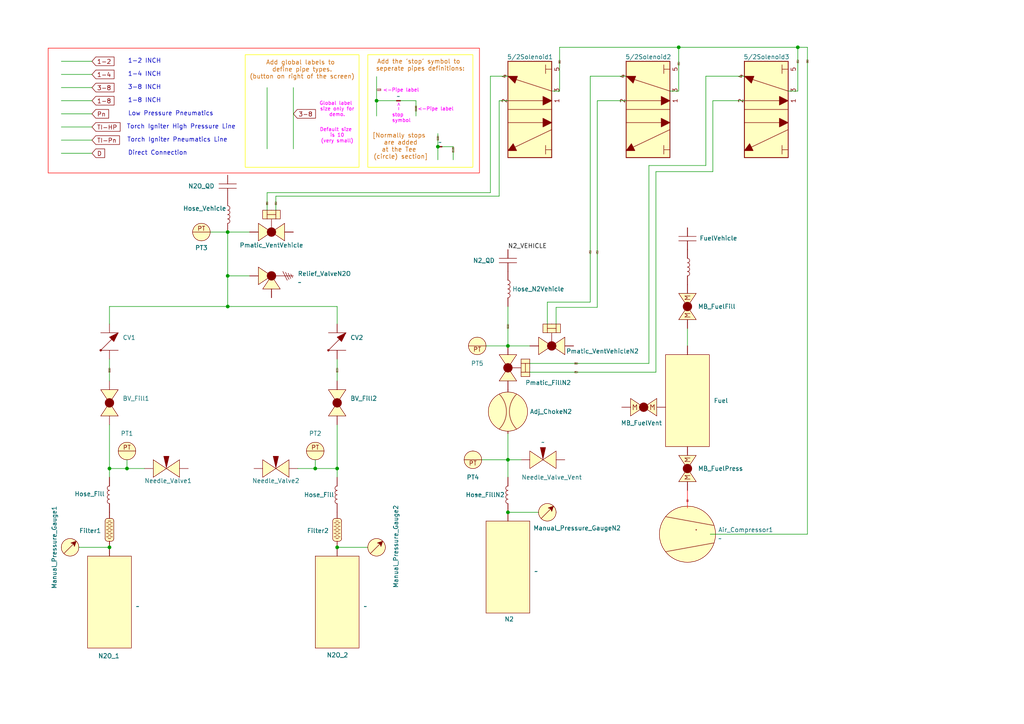
<source format=kicad_sch>
(kicad_sch (version 20250114) (generator "eeschema") (generator_version "9.0")
  (paper "A4")
  (lib_symbols
    (symbol "Ball_Valve_1"
      (property "Reference" "BV" (at 3.81 -4.318 0))
      (symbol "Ball_Valve_1_1_1"
        (polyline (pts (xy 3.81 0) (xy 0 -2.54) (xy 0 2.54) (xy 3.81 0)) (fill (type background)))
        (polyline (pts (xy 3.81 0) (xy 7.62 2.54) (xy 7.62 -2.54) (xy 3.81 0)) (fill (type background)))
        (circle (center 3.81 0) (radius 1.27) (fill (type outline)))
        (pin passive line (at -2.54 0 0) (length 2.54) (name "") (number ""))
        (pin passive line (at 10.16 0 180) (length 2.54) (name "") (number ""))
      )
    )
    (symbol "Check_Valve_1"
      (property "Reference" "CV" (at 2.54 -4.064 0))
      (symbol "Check_Valve_1_0_1"
        (polyline (pts (xy 0 2.54) (xy 5.08 -2.54)))
        (polyline (pts (xy 0 0) (xy 0 2.54)))
        (polyline (pts (xy 0 0) (xy 0 -2.54)))
        (polyline (pts (xy 5.08 -2.54) (xy 5.08 2.54)))
      )
      (symbol "Check_Valve_1_1_1"
        (circle (center 0 2.54) (radius 0.254) (fill (type outline)))
        (polyline (pts (xy 5.08 -2.54) (xy 2.54 -1.27) (xy 3.81 0) (xy 5.08 -2.54)) (fill (type outline)))
        (pin bidirectional line (at -2.54 0 0) (length 2.54) (name "") (number ""))
        (pin bidirectional line (at 7.62 0 180) (length 2.54) (name "") (number ""))
      )
    )
    (symbol "Filter_1"
      (symbol "Filter_1_1_1"
        (polyline (pts (xy -3.302 -0.508) (xy -3.302 0.508)))
        (polyline (pts (xy -3.277 0.65) (xy -3.177 0.95) (xy -2.877 1.2) (xy -2.427 1.25) (xy 2.423 1.25) (xy 2.7256 1.2567) (xy 2.8585 1.166) (xy 3.2375 0.866) (xy 3.3285 -0.6524) (xy 3.1777 -0.9413) (xy 2.7884 -1.2176) (xy 2.4806 -1.2804) (xy 2.25 -1.27) (xy -2.25 -1.27) (xy -2.6911 -1.2756) (xy -2.952 -1.2) (xy -3.1908 -0.9926) (xy -3.302 -0.562) (xy -3.277 -0.3) (xy -3.277 0.6)) (stroke (width -0.0001)) (fill (type background)))
        (polyline (pts (xy -2.54 1.27) (xy 2.54 1.27)))
        (polyline (pts (xy -2.54 0.381) (xy -2.54 -0.381)))
        (arc (start -3.302 0.508) (mid -3.0788 1.0468) (end -2.54 1.27))
        (arc (start -2.54 -1.27) (mid -3.0788 -1.0468) (end -3.302 -0.508))
        (polyline (pts (xy -2.032 0.889) (xy -2.032 0.254)))
        (polyline (pts (xy -2.032 -0.254) (xy -2.032 -0.889)))
        (polyline (pts (xy -1.524 0.381) (xy -1.524 -0.381)))
        (polyline (pts (xy -1.016 0.889) (xy -1.016 0.254)))
        (polyline (pts (xy -1.016 -0.254) (xy -1.016 -0.889)))
        (polyline (pts (xy -0.508 0.381) (xy -0.508 -0.381)))
        (polyline (pts (xy 0 0.889) (xy 0 0.254)))
        (polyline (pts (xy 0 -0.254) (xy 0 -0.889)))
        (polyline (pts (xy 0.508 0.381) (xy 0.508 -0.381)))
        (polyline (pts (xy 1.016 0.889) (xy 1.016 0.254)))
        (polyline (pts (xy 1.016 -0.254) (xy 1.016 -0.889)))
        (polyline (pts (xy 1.524 0.381) (xy 1.524 -0.381)))
        (polyline (pts (xy 2.032 0.889) (xy 2.032 0.254)))
        (polyline (pts (xy 2.032 -0.254) (xy 2.032 -0.889)))
        (arc (start 2.54 1.27) (mid 3.0788 1.0468) (end 3.302 0.508))
        (polyline (pts (xy 2.54 0.381) (xy 2.54 -0.381)))
        (arc (start 3.302 -0.508) (mid 3.0788 -1.0468) (end 2.54 -1.27))
        (polyline (pts (xy 2.54 -1.27) (xy -2.54 -1.27)))
        (polyline (pts (xy 3.302 0.508) (xy 3.302 -0.508)))
        (pin passive line (at -5.08 0 0) (length 1.778) (name "") (number ""))
        (pin passive line (at 5.08 0 180) (length 1.778) (name "") (number ""))
      )
    )
    (symbol "Hose_1"
      (symbol "Hose_1_0_1"
        (arc (start 0 6.35) (mid 0.6323 5.715) (end 0 5.08))
        (arc (start 0 5.08) (mid 0.6323 4.445) (end 0 3.81))
        (arc (start 0 3.81) (mid 0.6323 3.175) (end 0 2.54))
        (arc (start 0 2.54) (mid 0.6323 1.905) (end 0 1.27))
      )
      (symbol "Hose_1_1_1"
        (pin input line (at 0 8.89 270) (length 2.54) (name "") (number ""))
        (pin input line (at 0 -1.27 90) (length 2.54) (name "") (number ""))
      )
    )
    (symbol "Hose_2"
      (symbol "Hose_2_0_1"
        (arc (start 0 6.35) (mid 0.6323 5.715) (end 0 5.08))
        (arc (start 0 5.08) (mid 0.6323 4.445) (end 0 3.81))
        (arc (start 0 3.81) (mid 0.6323 3.175) (end 0 2.54))
        (arc (start 0 2.54) (mid 0.6323 1.905) (end 0 1.27))
      )
      (symbol "Hose_2_1_1"
        (pin input line (at 0 8.89 270) (length 2.54) (name "") (number ""))
        (pin input line (at 0 -1.27 90) (length 2.54) (name "") (number ""))
      )
    )
    (symbol "Hose_3"
      (symbol "Hose_3_0_1"
        (arc (start 0 6.35) (mid 0.6323 5.715) (end 0 5.08))
        (arc (start 0 5.08) (mid 0.6323 4.445) (end 0 3.81))
        (arc (start 0 3.81) (mid 0.6323 3.175) (end 0 2.54))
        (arc (start 0 2.54) (mid 0.6323 1.905) (end 0 1.27))
      )
      (symbol "Hose_3_1_1"
        (pin input line (at 0 8.89 270) (length 2.54) (name "") (number ""))
        (pin input line (at 0 -1.27 90) (length 2.54) (name "") (number ""))
      )
    )
    (symbol "Hose_4"
      (symbol "Hose_4_0_1"
        (arc (start 0 6.35) (mid 0.6323 5.715) (end 0 5.08))
        (arc (start 0 5.08) (mid 0.6323 4.445) (end 0 3.81))
        (arc (start 0 3.81) (mid 0.6323 3.175) (end 0 2.54))
        (arc (start 0 2.54) (mid 0.6323 1.905) (end 0 1.27))
      )
      (symbol "Hose_4_1_1"
        (pin input line (at 0 8.89 270) (length 2.54) (name "") (number ""))
        (pin input line (at 0 -1.27 90) (length 2.54) (name "") (number ""))
      )
    )
    (symbol "Hose_5"
      (symbol "Hose_5_0_1"
        (arc (start 0 6.35) (mid 0.6323 5.715) (end 0 5.08))
        (arc (start 0 5.08) (mid 0.6323 4.445) (end 0 3.81))
        (arc (start 0 3.81) (mid 0.6323 3.175) (end 0 2.54))
        (arc (start 0 2.54) (mid 0.6323 1.905) (end 0 1.27))
      )
      (symbol "Hose_5_1_1"
        (pin input line (at 0 8.89 270) (length 2.54) (name "") (number ""))
        (pin input line (at 0 -1.27 90) (length 2.54) (name "") (number ""))
      )
    )
    (symbol "MBallValve_1"
      (property "Reference" "MB_V" (at 0 -3.81 0))
      (symbol "MBallValve_1_0_1"
        (polyline (pts (xy -3.048 -0.762) (xy -3.048 0.762) (xy -2.54 0) (xy -2.032 0.762) (xy -2.032 -0.762)))
        (polyline (pts (xy 2.032 -0.762) (xy 2.032 0.762) (xy 2.54 0) (xy 3.048 0.762) (xy 3.048 -0.762)))
      )
      (symbol "MBallValve_1_1_1"
        (polyline (pts (xy 0 0) (xy -3.81 -2.54) (xy -3.81 2.54) (xy 0 0)) (fill (type background)))
        (polyline (pts (xy 0 0) (xy 3.81 2.54) (xy 3.81 -2.54) (xy 0 0)) (fill (type background)))
        (circle (center 0 0) (radius 1.27) (fill (type outline)))
        (pin passive line (at -6.35 0 0) (length 2.54) (name "") (number ""))
        (pin passive line (at 6.35 0 180) (length 2.54) (name "") (number ""))
      )
    )
    (symbol "MBallValve_2"
      (property "Reference" "MB_V" (at 0 -3.81 0))
      (symbol "MBallValve_2_0_1"
        (polyline (pts (xy -3.048 -0.762) (xy -3.048 0.762) (xy -2.54 0) (xy -2.032 0.762) (xy -2.032 -0.762)))
        (polyline (pts (xy 2.032 -0.762) (xy 2.032 0.762) (xy 2.54 0) (xy 3.048 0.762) (xy 3.048 -0.762)))
      )
      (symbol "MBallValve_2_1_1"
        (polyline (pts (xy 0 0) (xy -3.81 -2.54) (xy -3.81 2.54) (xy 0 0)) (fill (type background)))
        (polyline (pts (xy 0 0) (xy 3.81 2.54) (xy 3.81 -2.54) (xy 0 0)) (fill (type background)))
        (circle (center 0 0) (radius 1.27) (fill (type outline)))
        (pin passive line (at -6.35 0 0) (length 2.54) (name "") (number ""))
        (pin passive line (at 6.35 0 180) (length 2.54) (name "") (number ""))
      )
    )
    (symbol "Manual_Pressure_Gauge_1"
      (property "Reference" "Manual_Pressure_Gauge" (at 0 -3.81 0))
      (symbol "Manual_Pressure_Gauge_1_1_1"
        (polyline (pts (xy -1.778 -1.778) (xy 1.778 1.778) (xy 0.254 1.27) (xy 1.016 1.016) (xy 1.27 0.254) (xy 1.778 1.778)) (fill (type outline)))
        (circle (center 0 0) (radius 2.54) (fill (type background)))
        (pin passive line (at -2.54 0 0) (length 0) (name "") (number ""))
        (pin passive line (at 2.54 0 180) (length 0) (name "") (number ""))
      )
    )
    (symbol "Manual_Pressure_Gauge_2"
      (property "Reference" "Manual_Pressure_Gauge" (at 0 -3.81 0))
      (symbol "Manual_Pressure_Gauge_2_1_1"
        (polyline (pts (xy -1.778 -1.778) (xy 1.778 1.778) (xy 0.254 1.27) (xy 1.016 1.016) (xy 1.27 0.254) (xy 1.778 1.778)) (fill (type outline)))
        (circle (center 0 0) (radius 2.54) (fill (type background)))
        (pin passive line (at -2.54 0 0) (length 0) (name "") (number ""))
        (pin passive line (at 2.54 0 180) (length 0) (name "") (number ""))
      )
    )
    (symbol "Needle_Valve_1"
      (property "Reference" "Needle_Valve" (at 3.556 -3.81 0))
      (symbol "Needle_Valve_1_1_1"
        (polyline (pts (xy 0 0) (xy 0 2.54) (xy 3.81 0) (xy 0 -2.54) (xy 0 0)) (fill (type background)))
        (polyline (pts (xy 3.048 3.556) (xy 3.81 0.254) (xy 4.572 3.556) (xy 3.048 3.556)) (fill (type outline)))
        (polyline (pts (xy 7.62 0) (xy 7.62 2.54) (xy 3.81 0) (xy 7.62 -2.54) (xy 7.62 0)) (fill (type background)))
        (pin passive line (at -2.54 0 0) (length 2.54) (name "") (number ""))
        (pin passive line (at 10.16 0 180) (length 2.54) (name "") (number ""))
      )
    )
    (symbol "Needle_Valve_5"
      (property "Reference" "Needle_Valve" (at 3.556 -3.81 0))
      (symbol "Needle_Valve_5_1_1"
        (polyline (pts (xy 0 0) (xy 0 2.54) (xy 3.81 0) (xy 0 -2.54) (xy 0 0)) (fill (type background)))
        (polyline (pts (xy 3.048 3.556) (xy 3.81 0.254) (xy 4.572 3.556) (xy 3.048 3.556)) (fill (type outline)))
        (polyline (pts (xy 7.62 0) (xy 7.62 2.54) (xy 3.81 0) (xy 7.62 -2.54) (xy 7.62 0)) (fill (type background)))
        (pin passive line (at -2.54 0 0) (length 2.54) (name "") (number ""))
        (pin passive line (at 10.16 0 180) (length 2.54) (name "") (number ""))
      )
    )
    (symbol "PID_symbols:Adj_Choke"
      (property "Reference" "Adj_Choke" (at 0.254 -8.636 0))
      (symbol "Adj_Choke_0_1"
        (arc (start -2.54 5.08) (mid -0.4358 0) (end -2.54 -5.08))
        (circle (center 0 0) (radius 5.6796) (fill (type color) (color 255 255 194 1)))
        (arc (start 2.54 -5.08) (mid 0.4358 0) (end 2.54 5.08))
      )
      (symbol "Adj_Choke_1_1"
        (pin input line (at 0 6.35 270) (length 0.635) (name "") (number ""))
        (pin input line (at 0 -6.35 90) (length 0.635) (name "") (number ""))
      )
    )
    (symbol "PID_symbols:Air_Compressor"
      (property "Reference" "Air_Compressor" (at -0.254 -11.43 0))
      (symbol "Air_Compressor_1_1"
        (polyline (pts (xy -6.35 5.08) (xy 7.62 2.54)))
        (polyline (pts (xy -6.35 -5.08) (xy 7.62 -2.54)))
        (circle (center 0 0) (radius 8.132) (fill (type color) (color 255 255 194 1)))
        (circle (center 2.54 1.27) (radius 0.0001))
        (circle (center 2.54 1.27) (radius 0.0001))
      )
    )
    (symbol "PID_symbols:Ball_Valve"
      (property "Reference" "BV" (at 3.81 -4.318 0))
      (symbol "Ball_Valve_1_1"
        (polyline (pts (xy 3.81 0) (xy 0 -2.54) (xy 0 2.54) (xy 3.81 0)) (fill (type background)))
        (polyline (pts (xy 3.81 0) (xy 7.62 2.54) (xy 7.62 -2.54) (xy 3.81 0)) (fill (type background)))
        (circle (center 3.81 0) (radius 1.27) (fill (type outline)))
        (pin passive line (at -2.54 0 0) (length 2.54) (name "") (number ""))
        (pin passive line (at 10.16 0 180) (length 2.54) (name "") (number ""))
      )
    )
    (symbol "PID_symbols:Check_Valve"
      (property "Reference" "CV" (at 2.54 -4.064 0))
      (symbol "Check_Valve_0_1"
        (polyline (pts (xy 0 2.54) (xy 5.08 -2.54)))
        (polyline (pts (xy 0 0) (xy 0 2.54)))
        (polyline (pts (xy 0 0) (xy 0 -2.54)))
        (polyline (pts (xy 5.08 -2.54) (xy 5.08 2.54)))
      )
      (symbol "Check_Valve_1_1"
        (circle (center 0 2.54) (radius 0.254) (fill (type outline)))
        (polyline (pts (xy 5.08 -2.54) (xy 2.54 -1.27) (xy 3.81 0) (xy 5.08 -2.54)) (fill (type outline)))
        (pin bidirectional line (at -2.54 0 0) (length 2.54) (name "") (number ""))
        (pin bidirectional line (at 7.62 0 180) (length 2.54) (name "") (number ""))
      )
    )
    (symbol "PID_symbols:Cylinder"
      (property "Reference" "C" (at 0 0 0))
      (symbol "Cylinder_1_1"
        (rectangle (start -6.35 12.7) (end 6.35 -13.97) (fill (type background)))
        (pin passive line (at 0 -16.51 90) (length 2.54) (name "") (number ""))
      )
    )
    (symbol "PID_symbols:Filter"
      (symbol "Filter_1_1"
        (polyline (pts (xy -3.302 -0.508) (xy -3.302 0.508)))
        (polyline (pts (xy -3.277 0.65) (xy -3.177 0.95) (xy -2.877 1.2) (xy -2.427 1.25) (xy 2.423 1.25) (xy 2.7256 1.2567) (xy 2.8585 1.166) (xy 3.2375 0.866) (xy 3.3285 -0.6524) (xy 3.1777 -0.9413) (xy 2.7884 -1.2176) (xy 2.4806 -1.2804) (xy 2.25 -1.27) (xy -2.25 -1.27) (xy -2.6911 -1.2756) (xy -2.952 -1.2) (xy -3.1908 -0.9926) (xy -3.302 -0.562) (xy -3.277 -0.3) (xy -3.277 0.6)) (stroke (width -0.0001)) (fill (type background)))
        (polyline (pts (xy -2.54 1.27) (xy 2.54 1.27)))
        (polyline (pts (xy -2.54 0.381) (xy -2.54 -0.381)))
        (arc (start -3.302 0.508) (mid -3.0788 1.0468) (end -2.54 1.27))
        (arc (start -2.54 -1.27) (mid -3.0788 -1.0468) (end -3.302 -0.508))
        (polyline (pts (xy -2.032 0.889) (xy -2.032 0.254)))
        (polyline (pts (xy -2.032 -0.254) (xy -2.032 -0.889)))
        (polyline (pts (xy -1.524 0.381) (xy -1.524 -0.381)))
        (polyline (pts (xy -1.016 0.889) (xy -1.016 0.254)))
        (polyline (pts (xy -1.016 -0.254) (xy -1.016 -0.889)))
        (polyline (pts (xy -0.508 0.381) (xy -0.508 -0.381)))
        (polyline (pts (xy 0 0.889) (xy 0 0.254)))
        (polyline (pts (xy 0 -0.254) (xy 0 -0.889)))
        (polyline (pts (xy 0.508 0.381) (xy 0.508 -0.381)))
        (polyline (pts (xy 1.016 0.889) (xy 1.016 0.254)))
        (polyline (pts (xy 1.016 -0.254) (xy 1.016 -0.889)))
        (polyline (pts (xy 1.524 0.381) (xy 1.524 -0.381)))
        (polyline (pts (xy 2.032 0.889) (xy 2.032 0.254)))
        (polyline (pts (xy 2.032 -0.254) (xy 2.032 -0.889)))
        (arc (start 2.54 1.27) (mid 3.0788 1.0468) (end 3.302 0.508))
        (polyline (pts (xy 2.54 0.381) (xy 2.54 -0.381)))
        (arc (start 3.302 -0.508) (mid 3.0788 -1.0468) (end 2.54 -1.27))
        (polyline (pts (xy 2.54 -1.27) (xy -2.54 -1.27)))
        (polyline (pts (xy 3.302 0.508) (xy 3.302 -0.508)))
        (pin passive line (at -5.08 0 0) (length 1.778) (name "") (number ""))
        (pin passive line (at 5.08 0 180) (length 1.778) (name "") (number ""))
      )
    )
    (symbol "PID_symbols:Hose"
      (symbol "Hose_0_1"
        (arc (start 0 6.35) (mid 0.6323 5.715) (end 0 5.08))
        (arc (start 0 5.08) (mid 0.6323 4.445) (end 0 3.81))
        (arc (start 0 3.81) (mid 0.6323 3.175) (end 0 2.54))
        (arc (start 0 2.54) (mid 0.6323 1.905) (end 0 1.27))
      )
      (symbol "Hose_1_1"
        (pin input line (at 0 8.89 270) (length 2.54) (name "") (number ""))
        (pin input line (at 0 -1.27 90) (length 2.54) (name "") (number ""))
      )
    )
    (symbol "PID_symbols:MBallValve"
      (property "Reference" "MB_V" (at 0 -3.81 0))
      (symbol "MBallValve_0_1"
        (polyline (pts (xy -3.048 -0.762) (xy -3.048 0.762) (xy -2.54 0) (xy -2.032 0.762) (xy -2.032 -0.762)))
        (polyline (pts (xy 2.032 -0.762) (xy 2.032 0.762) (xy 2.54 0) (xy 3.048 0.762) (xy 3.048 -0.762)))
      )
      (symbol "MBallValve_1_1"
        (polyline (pts (xy 0 0) (xy -3.81 -2.54) (xy -3.81 2.54) (xy 0 0)) (fill (type background)))
        (polyline (pts (xy 0 0) (xy 3.81 2.54) (xy 3.81 -2.54) (xy 0 0)) (fill (type background)))
        (circle (center 0 0) (radius 1.27) (fill (type outline)))
        (pin passive line (at -6.35 0 0) (length 2.54) (name "") (number ""))
        (pin passive line (at 6.35 0 180) (length 2.54) (name "") (number ""))
      )
    )
    (symbol "PID_symbols:Manual_Pressure_Gauge"
      (property "Reference" "Manual_Pressure_Gauge" (at 0 -3.81 0))
      (symbol "Manual_Pressure_Gauge_1_1"
        (polyline (pts (xy -1.778 -1.778) (xy 1.778 1.778) (xy 0.254 1.27) (xy 1.016 1.016) (xy 1.27 0.254) (xy 1.778 1.778)) (fill (type outline)))
        (circle (center 0 0) (radius 2.54) (fill (type background)))
        (pin passive line (at -2.54 0 0) (length 0) (name "") (number ""))
        (pin passive line (at 2.54 0 180) (length 0) (name "") (number ""))
      )
    )
    (symbol "PID_symbols:Needle_Valve"
      (property "Reference" "Needle_Valve" (at 3.556 -3.81 0))
      (symbol "Needle_Valve_1_1"
        (polyline (pts (xy 0 0) (xy 0 2.54) (xy 3.81 0) (xy 0 -2.54) (xy 0 0)) (fill (type background)))
        (polyline (pts (xy 3.048 3.556) (xy 3.81 0.254) (xy 4.572 3.556) (xy 3.048 3.556)) (fill (type outline)))
        (polyline (pts (xy 7.62 0) (xy 7.62 2.54) (xy 3.81 0) (xy 7.62 -2.54) (xy 7.62 0)) (fill (type background)))
        (pin passive line (at -2.54 0 0) (length 2.54) (name "") (number ""))
        (pin passive line (at 10.16 0 180) (length 2.54) (name "") (number ""))
      )
    )
    (symbol "PID_symbols:Pneumatic_Rotary_Ball_Valve"
      (property "Reference" "Pmatic_B_Valve" (at 0 -3.81 0))
      (symbol "Pneumatic_Rotary_Ball_Valve_1_1"
        (polyline (pts (xy -1.27 5.08) (xy 1.27 5.08)))
        (polyline (pts (xy -1.27 3.81) (xy -1.27 6.35)))
        (polyline (pts (xy 0 0) (xy -3.81 2.54) (xy -3.81 -2.54) (xy 0 0)) (fill (type background)))
        (polyline (pts (xy 0 0) (xy 3.81 2.54) (xy 3.81 -2.54) (xy 0 0)) (fill (type background)))
        (polyline (pts (xy 0 0) (xy 0 2.54) (xy 0 3.81) (xy -2.54 3.81) (xy -2.54 6.35) (xy 2.54 6.35) (xy 2.54 3.81) (xy 0 3.81)) (fill (type background)))
        (circle (center 0 0) (radius 1.27) (fill (type outline)))
        (polyline (pts (xy 1.27 6.35) (xy 1.27 3.81)))
        (pin passive line (at -6.35 0 0) (length 2.54) (name "") (number ""))
        (pin passive line (at 0 6.35 270) (length 0) (name "") (number ""))
        (pin passive line (at 0 -1.27 90) (length 0) (name "") (number ""))
        (pin passive line (at 6.35 0 180) (length 2.54) (name "") (number ""))
      )
    )
    (symbol "PID_symbols:Pressure_Transducer"
      (property "Reference" "PT" (at 0 -3.81 0))
      (symbol "Pressure_Transducer_0_1"
        (polyline (pts (xy -2.54 0) (xy 2.54 0)))
      )
      (symbol "Pressure_Transducer_1_1"
        (circle (center 0 0) (radius 2.54) (fill (type background)))
        (text "PT\n" (at 0 1.016 0) (effects (font (size 1.27 1.27))))
        (pin passive line (at -2.54 0 0) (length 0) (name "") (number ""))
        (pin passive line (at 0 -2.54 90) (length 0) (name "") (number ""))
        (pin passive line (at 2.54 0 180) (length 0) (name "") (number ""))
      )
    )
    (symbol "PID_symbols:Quick_Disconnect"
      (property "Reference" "QD" (at 0.762 -4.572 0))
      (symbol "Quick_Disconnect_0_1"
        (polyline (pts (xy 0 0) (xy 0 2.54) (xy 0 0) (xy 0 -2.54)))
        (polyline (pts (xy 1.27 2.54) (xy 1.27 -2.54)))
      )
      (symbol "Quick_Disconnect_1_1"
        (pin passive line (at -2.54 0 0) (length 2.54) (name "") (number ""))
        (pin passive line (at 3.81 0 180) (length 2.54) (name "") (number ""))
      )
    )
    (symbol "PID_symbols:Relief_Valve"
      (property "Reference" "Relief_Valve" (at -0.254 -15.24 0))
      (symbol "Relief_Valve_0_1"
        (polyline (pts (xy 0 1.27) (xy 0 6.35)))
        (polyline (pts (xy 0.508 6.096) (xy -0.508 5.588)))
        (polyline (pts (xy 1.016 5.08) (xy -1.016 4.064)))
        (polyline (pts (xy 1.27 4.572) (xy -1.27 3.302)))
      )
      (symbol "Relief_Valve_1_1"
        (rectangle (start 0 1.27) (end 0 -1.27))
        (polyline (pts (xy 0 0) (xy -2.54 -3.81) (xy 2.54 -3.81) (xy 0 0)) (fill (type background)))
        (polyline (pts (xy 0 0) (xy 3.81 2.54) (xy 3.81 -2.54) (xy 0 0)) (fill (type background)))
        (circle (center 0 0) (radius 1.27) (fill (type outline)))
        (polyline (pts (xy 0.762 5.588) (xy -0.762 4.826)))
        (pin passive line (at 0 -6.35 90) (length 2.54) (name "") (number ""))
        (pin passive line (at 6.35 0 180) (length 2.54) (name "") (number ""))
      )
    )
    (symbol "PID_symbols:Solenoid_5/2"
      (property "Reference" "5/2Solenoid" (at 0 -11.684 0))
      (symbol "Solenoid_5/2_0_1"
        (rectangle (start -13.97 6.35) (end 13.97 -6.35) (stroke (width 0.254)) (fill (type color) (color 255 255 194 1)))
        (polyline (pts (xy -3.81 -3.81) (xy -3.81 6.35)))
        (polyline (pts (xy -3.81 -6.35) (xy -2.54 -3.81) (xy -5.08 -3.81) (xy -3.81 -6.35)) (fill (type outline)))
        (polyline (pts (xy 0 6.35) (xy 0 -6.35)))
        (polyline (pts (xy 2.54 -3.81) (xy 2.54 6.35)))
        (polyline (pts (xy 2.54 -6.35) (xy 3.81 -3.81) (xy 1.27 -3.81) (xy 2.54 -6.35)) (fill (type outline)))
      )
      (symbol "Solenoid_5/2_1_1"
        (polyline (pts (xy -11.938 6.35) (xy -11.938 3.81) (xy -9.906 4.826) (xy -11.938 6.35)) (fill (type outline)))
        (polyline (pts (xy -11.684 -6.35) (xy -11.684 -4.572) (xy -12.954 -4.572) (xy -10.414 -4.572)))
        (polyline (pts (xy -11.0488 4.9402) (xy -11.0488 4.9402)))
        (polyline (pts (xy -10.922 4.318) (xy -5.842 -6.35)))
        (polyline (pts (xy 8.636 3.81) (xy 5.334 -6.35)))
        (polyline (pts (xy 9.652 6.35) (xy 7.62 4.318) (xy 9.652 3.556) (xy 9.652 6.35)) (fill (type outline)))
        (polyline (pts (xy 11.684 -6.35) (xy 11.684 -4.572) (xy 10.414 -4.572) (xy 12.954 -4.572)))
        (text "2" (at 2.54 7.366 0) (effects (font (size 1.27 1.27))))
        (text "1" (at 2.54 -7.874 0) (effects (font (size 1.27 1.27))))
        (text "3" (at 5.588 -7.874 0) (effects (font (size 1.27 1.27))))
        (text "4" (at 9.652 7.366 0) (effects (font (size 1.27 1.27))))
        (text "5" (at 11.684 -7.874 0) (effects (font (size 1.27 1.27))))
        (pin input line (at 2.54 6.35 0) (length 0) (name "") (number ""))
        (pin input line (at 2.54 -6.35 0) (length 0) (name "") (number ""))
        (pin input line (at 5.3828 -6.3236 0) (length 0) (name "") (number ""))
        (pin input line (at 9.6031 6.3206 0) (length 0) (name "") (number ""))
        (pin input line (at 11.6828 -6.3089 0) (length 0) (name "") (number ""))
      )
    )
    (symbol "PID_symbols:stop" (in_bom no) (on_board no)
      (symbol "stop_1_1"
        (rectangle (start -1.27 0.127) (end 0 -0.127) (stroke (width 0.05)) (fill (type outline)))
        (pin bidirectional line (at -1.27 0 0) (length 0) (name "") (number ""))
        (pin bidirectional line (at 0 0 180) (length 0) (name "") (number ""))
      )
    )
    (symbol "Pneumatic_Rotary_Ball_Valve_1"
      (property "Reference" "Pmatic_B_Valve" (at 0 -3.81 0))
      (symbol "Pneumatic_Rotary_Ball_Valve_1_1_1"
        (polyline (pts (xy -1.27 5.08) (xy 1.27 5.08)))
        (polyline (pts (xy -1.27 3.81) (xy -1.27 6.35)))
        (polyline (pts (xy 0 0) (xy -3.81 2.54) (xy -3.81 -2.54) (xy 0 0)) (fill (type background)))
        (polyline (pts (xy 0 0) (xy 3.81 2.54) (xy 3.81 -2.54) (xy 0 0)) (fill (type background)))
        (polyline (pts (xy 0 0) (xy 0 2.54) (xy 0 3.81) (xy -2.54 3.81) (xy -2.54 6.35) (xy 2.54 6.35) (xy 2.54 3.81) (xy 0 3.81)) (fill (type background)))
        (circle (center 0 0) (radius 1.27) (fill (type outline)))
        (polyline (pts (xy 1.27 6.35) (xy 1.27 3.81)))
        (pin passive line (at -6.35 0 0) (length 2.54) (name "") (number ""))
        (pin passive line (at 0 6.35 270) (length 0) (name "") (number ""))
        (pin passive line (at 0 -1.27 90) (length 0) (name "") (number ""))
        (pin passive line (at 6.35 0 180) (length 2.54) (name "") (number ""))
      )
    )
    (symbol "Pneumatic_Rotary_Ball_Valve_4"
      (property "Reference" "Pmatic_B_Valve" (at 0 -3.81 0))
      (symbol "Pneumatic_Rotary_Ball_Valve_4_1_1"
        (polyline (pts (xy -1.27 5.08) (xy 1.27 5.08)))
        (polyline (pts (xy -1.27 3.81) (xy -1.27 6.35)))
        (polyline (pts (xy 0 0) (xy -3.81 2.54) (xy -3.81 -2.54) (xy 0 0)) (fill (type background)))
        (polyline (pts (xy 0 0) (xy 3.81 2.54) (xy 3.81 -2.54) (xy 0 0)) (fill (type background)))
        (polyline (pts (xy 0 0) (xy 0 2.54) (xy 0 3.81) (xy -2.54 3.81) (xy -2.54 6.35) (xy 2.54 6.35) (xy 2.54 3.81) (xy 0 3.81)) (fill (type background)))
        (circle (center 0 0) (radius 1.27) (fill (type outline)))
        (polyline (pts (xy 1.27 6.35) (xy 1.27 3.81)))
        (pin passive line (at -6.35 0 0) (length 2.54) (name "") (number ""))
        (pin passive line (at 0 6.35 270) (length 0) (name "") (number ""))
        (pin passive line (at 0 -1.27 90) (length 0) (name "") (number ""))
        (pin passive line (at 6.35 0 180) (length 2.54) (name "") (number ""))
      )
    )
    (symbol "Pressure_Transducer_1"
      (property "Reference" "PT" (at 0 -3.81 0))
      (symbol "Pressure_Transducer_1_0_1"
        (polyline (pts (xy -2.54 0) (xy 2.54 0)))
      )
      (symbol "Pressure_Transducer_1_1_1"
        (circle (center 0 0) (radius 2.54) (fill (type background)))
        (text "PT\n" (at 0 1.016 0) (effects (font (size 1.27 1.27))))
        (pin passive line (at -2.54 0 0) (length 0) (name "") (number ""))
        (pin passive line (at 0 -2.54 90) (length 0) (name "") (number ""))
        (pin passive line (at 2.54 0 180) (length 0) (name "") (number ""))
      )
    )
    (symbol "Pressure_Transducer_2"
      (property "Reference" "PT" (at 0 -3.81 0))
      (symbol "Pressure_Transducer_2_0_1"
        (polyline (pts (xy -2.54 0) (xy 2.54 0)))
      )
      (symbol "Pressure_Transducer_2_1_1"
        (circle (center 0 0) (radius 2.54) (fill (type background)))
        (text "PT\n" (at 0 1.016 0) (effects (font (size 1.27 1.27))))
        (pin passive line (at -2.54 0 0) (length 0) (name "") (number ""))
        (pin passive line (at 0 -2.54 90) (length 0) (name "") (number ""))
        (pin passive line (at 2.54 0 180) (length 0) (name "") (number ""))
      )
    )
    (symbol "Pressure_Transducer_3"
      (property "Reference" "PT" (at 0 -3.81 0))
      (symbol "Pressure_Transducer_3_0_1"
        (polyline (pts (xy -2.54 0) (xy 2.54 0)))
      )
      (symbol "Pressure_Transducer_3_1_1"
        (circle (center 0 0) (radius 2.54) (fill (type background)))
        (text "PT\n" (at 0 1.016 0) (effects (font (size 1.27 1.27))))
        (pin passive line (at -2.54 0 0) (length 0) (name "") (number ""))
        (pin passive line (at 0 -2.54 90) (length 0) (name "") (number ""))
        (pin passive line (at 2.54 0 180) (length 0) (name "") (number ""))
      )
    )
    (symbol "Pressure_Transducer_5"
      (property "Reference" "PT" (at 0 -3.81 0))
      (symbol "Pressure_Transducer_5_0_1"
        (polyline (pts (xy -2.54 0) (xy 2.54 0)))
      )
      (symbol "Pressure_Transducer_5_1_1"
        (circle (center 0 0) (radius 2.54) (fill (type background)))
        (text "PT\n" (at 0 1.016 0) (effects (font (size 1.27 1.27))))
        (pin passive line (at -2.54 0 0) (length 0) (name "") (number ""))
        (pin passive line (at 0 -2.54 90) (length 0) (name "") (number ""))
        (pin passive line (at 2.54 0 180) (length 0) (name "") (number ""))
      )
    )
    (symbol "Quick_Disconnect_1"
      (property "Reference" "QD" (at 0.762 -4.572 0))
      (symbol "Quick_Disconnect_1_0_1"
        (polyline (pts (xy 0 0) (xy 0 2.54) (xy 0 0) (xy 0 -2.54)))
        (polyline (pts (xy 1.27 2.54) (xy 1.27 -2.54)))
      )
      (symbol "Quick_Disconnect_1_1_1"
        (pin passive line (at -2.54 0 0) (length 2.54) (name "") (number ""))
        (pin passive line (at 3.81 0 180) (length 2.54) (name "") (number ""))
      )
    )
    (symbol "Quick_Disconnect_2"
      (property "Reference" "QD" (at 0.762 -4.572 0))
      (symbol "Quick_Disconnect_2_0_1"
        (polyline (pts (xy 0 0) (xy 0 2.54) (xy 0 0) (xy 0 -2.54)))
        (polyline (pts (xy 1.27 2.54) (xy 1.27 -2.54)))
      )
      (symbol "Quick_Disconnect_2_1_1"
        (pin passive line (at -2.54 0 0) (length 2.54) (name "") (number ""))
        (pin passive line (at 3.81 0 180) (length 2.54) (name "") (number ""))
      )
    )
    (symbol "Solenoid_5/2_1"
      (property "Reference" "5/2Solenoid" (at 0 -11.684 0))
      (symbol "Solenoid_5/2_1_0_1"
        (rectangle (start -13.97 6.35) (end 13.97 -6.35) (stroke (width 0.254)) (fill (type color) (color 255 255 194 1)))
        (polyline (pts (xy -3.81 -3.81) (xy -3.81 6.35)))
        (polyline (pts (xy -3.81 -6.35) (xy -2.54 -3.81) (xy -5.08 -3.81) (xy -3.81 -6.35)) (fill (type outline)))
        (polyline (pts (xy 0 6.35) (xy 0 -6.35)))
        (polyline (pts (xy 2.54 -3.81) (xy 2.54 6.35)))
        (polyline (pts (xy 2.54 -6.35) (xy 3.81 -3.81) (xy 1.27 -3.81) (xy 2.54 -6.35)) (fill (type outline)))
      )
      (symbol "Solenoid_5/2_1_1_1"
        (polyline (pts (xy -11.938 6.35) (xy -11.938 3.81) (xy -9.906 4.826) (xy -11.938 6.35)) (fill (type outline)))
        (polyline (pts (xy -11.684 -6.35) (xy -11.684 -4.572) (xy -12.954 -4.572) (xy -10.414 -4.572)))
        (polyline (pts (xy -11.0488 4.9402) (xy -11.0488 4.9402)))
        (polyline (pts (xy -10.922 4.318) (xy -5.842 -6.35)))
        (polyline (pts (xy 8.636 3.81) (xy 5.334 -6.35)))
        (polyline (pts (xy 9.652 6.35) (xy 7.62 4.318) (xy 9.652 3.556) (xy 9.652 6.35)) (fill (type outline)))
        (polyline (pts (xy 11.684 -6.35) (xy 11.684 -4.572) (xy 10.414 -4.572) (xy 12.954 -4.572)))
        (text "2" (at 2.54 7.366 0) (effects (font (size 1.27 1.27))))
        (text "1" (at 2.54 -7.874 0) (effects (font (size 1.27 1.27))))
        (text "3" (at 5.588 -7.874 0) (effects (font (size 1.27 1.27))))
        (text "4" (at 9.652 7.366 0) (effects (font (size 1.27 1.27))))
        (text "5" (at 11.684 -7.874 0) (effects (font (size 1.27 1.27))))
        (pin input line (at 2.54 6.35 0) (length 0) (name "") (number ""))
        (pin input line (at 2.54 -6.35 0) (length 0) (name "") (number ""))
        (pin input line (at 5.3828 -6.3236 0) (length 0) (name "") (number ""))
        (pin input line (at 9.6031 6.3206 0) (length 0) (name "") (number ""))
        (pin input line (at 11.6828 -6.3089 0) (length 0) (name "") (number ""))
      )
    )
    (symbol "Solenoid_5/2_2"
      (property "Reference" "5/2Solenoid" (at 0 -11.684 0))
      (symbol "Solenoid_5/2_2_0_1"
        (rectangle (start -13.97 6.35) (end 13.97 -6.35) (stroke (width 0.254)) (fill (type color) (color 255 255 194 1)))
        (polyline (pts (xy -3.81 -3.81) (xy -3.81 6.35)))
        (polyline (pts (xy -3.81 -6.35) (xy -2.54 -3.81) (xy -5.08 -3.81) (xy -3.81 -6.35)) (fill (type outline)))
        (polyline (pts (xy 0 6.35) (xy 0 -6.35)))
        (polyline (pts (xy 2.54 -3.81) (xy 2.54 6.35)))
        (polyline (pts (xy 2.54 -6.35) (xy 3.81 -3.81) (xy 1.27 -3.81) (xy 2.54 -6.35)) (fill (type outline)))
      )
      (symbol "Solenoid_5/2_2_1_1"
        (polyline (pts (xy -11.938 6.35) (xy -11.938 3.81) (xy -9.906 4.826) (xy -11.938 6.35)) (fill (type outline)))
        (polyline (pts (xy -11.684 -6.35) (xy -11.684 -4.572) (xy -12.954 -4.572) (xy -10.414 -4.572)))
        (polyline (pts (xy -11.0488 4.9402) (xy -11.0488 4.9402)))
        (polyline (pts (xy -10.922 4.318) (xy -5.842 -6.35)))
        (polyline (pts (xy 8.636 3.81) (xy 5.334 -6.35)))
        (polyline (pts (xy 9.652 6.35) (xy 7.62 4.318) (xy 9.652 3.556) (xy 9.652 6.35)) (fill (type outline)))
        (polyline (pts (xy 11.684 -6.35) (xy 11.684 -4.572) (xy 10.414 -4.572) (xy 12.954 -4.572)))
        (text "2" (at 2.54 7.366 0) (effects (font (size 1.27 1.27))))
        (text "1" (at 2.54 -7.874 0) (effects (font (size 1.27 1.27))))
        (text "3" (at 5.588 -7.874 0) (effects (font (size 1.27 1.27))))
        (text "4" (at 9.652 7.366 0) (effects (font (size 1.27 1.27))))
        (text "5" (at 11.684 -7.874 0) (effects (font (size 1.27 1.27))))
        (pin input line (at 2.54 6.35 0) (length 0) (name "") (number ""))
        (pin input line (at 2.54 -6.35 0) (length 0) (name "") (number ""))
        (pin input line (at 5.3828 -6.3236 0) (length 0) (name "") (number ""))
        (pin input line (at 9.6031 6.3206 0) (length 0) (name "") (number ""))
        (pin input line (at 11.6828 -6.3089 0) (length 0) (name "") (number ""))
      )
    )
    (symbol "stop_1" (in_bom no) (on_board no)
      (symbol "stop_1_1_1"
        (rectangle (start -1.27 0.127) (end 0 -0.127) (stroke (width 0.05)) (fill (type outline)))
        (pin bidirectional line (at -1.27 0 0) (length 0) (name "") (number ""))
        (pin bidirectional line (at 0 0 180) (length 0) (name "") (number ""))
      )
    )
  )
  (rectangle (start 106.68 15.875) (end 137.16 48.514) (stroke (width 0) (color 255 255 0 1)))
  (rectangle (start 71.12 15.875) (end 104.14 48.514) (stroke (width 0) (color 255 255 0 1)))
  (rectangle (start 13.97 13.97) (end 139.065 50.165) (stroke (width 0) (color 255 0 0 1)))
  (text "Add the 'stop' symbol to \nseperate pipes definitions:\n" (at 121.92 19.05 0) (effects (font (size 1.27 1.27))))
  (text "->" (at 115.57 31.115 90) (effects (font (size 1.016 1.016))))
  (text "<-Pipe label\n" (at 116.332 26.289 0) (effects (font (size 1.016 1.016))))
  (text "Direct Connection" (at 45.72 44.45 0) (effects (font (size 1.27 1.27))))
  (text "3-8 INCH\n" (at 41.91 25.4 0) (effects (font (size 1.27 1.27))))
  (text "Low Pressure Pneumatics" (at 49.53 33.02 0) (effects (font (size 1.27 1.27))))
  (text "stop\nsymbol" (at 113.665 34.29 0) (effects (font (size 1.016 1.016)) (justify left)))
  (text "1-2 INCH\n" (at 41.91 17.78 0) (effects (font (size 1.27 1.27))))
  (text "[Normally stops \nare added\nat the Tee \n(circle) section]" (at 116.205 42.545 0) (effects (font (size 1.27 1.27))))
  (text "<-Pipe label\n" (at 126.365 31.75 0) (effects (font (size 1.016 1.016))))
  (text "Global label \nsize only for\ndemo." (at 97.79 31.75 0) (effects (font (size 1.016 1.016))))
  (text " Torch Igniter High Pressure Line" (at 52.07 36.83 0) (effects (font (size 1.27 1.27))))
  (text "Torch Igniter Pneumatics Line" (at 51.435 40.64 0) (effects (font (size 1.27 1.27))))
  (text "1-8 INCH\n" (at 41.91 29.21 0) (effects (font (size 1.27 1.27))))
  (text "1-4 INCH\n" (at 41.91 21.59 0) (effects (font (size 1.27 1.27))))
  (text "Default size \nis 10\n(very small)\n" (at 97.79 39.37 0) (effects (font (size 1.016 1.016))))
  (text "Add global labels to \ndefine pipe types.\n(button on right of the screen)" (at 87.63 20.32 0) (effects (font (size 1.27 1.27))))
  (junction (at 231.394 13.716))
  (junction (at 147.32 100.33))
  (junction (at 127 42.545))
  (junction (at 196.85 13.716))
  (junction (at 109.22 29.21))
  (junction (at 91.44 135.89))
  (junction (at 147.32 133.35))
  (junction (at 31.75 135.89))
  (junction (at 66.04 67.31))
  (junction (at 97.79 158.75))
  (junction (at 36.83 135.89))
  (junction (at 66.04 88.9))
  (junction (at 147.32 148.59))
  (junction (at 31.75 158.75))
  (junction (at 97.79 135.89))
  (junction (at 66.04 80.01))
  (wire (pts (xy 60.96 67.31) (xy 66.04 67.31)))
  (wire (pts (xy 140.97 100.33) (xy 147.32 100.33)))
  (wire (pts (xy 31.75 88.9) (xy 66.04 88.9)))
  (wire (pts (xy 205.994 154.94) (xy 234.188 154.94)))
  (wire (pts (xy 151.13 133.35) (xy 147.32 133.35)))
  (wire (pts (xy 160.274 26.416) (xy 162.306 26.416)))
  (wire (pts (xy 199.39 142.24) (xy 199.39 147.32)) (stroke (width 0) (color 255 0 0 1)))
  (wire (pts (xy 147.32 88.9) (xy 147.32 100.33)))
  (wire (pts (xy 31.75 123.19) (xy 31.75 135.89)))
  (wire (pts (xy 91.44 133.35) (xy 91.44 135.89)))
  (wire (pts (xy 188.214 105.41) (xy 188.214 48.006)))
  (wire (pts (xy 66.04 67.31) (xy 72.39 67.31)))
  (wire (pts (xy 31.75 104.14) (xy 31.75 110.49)))
  (wire (pts (xy 162.306 26.416) (xy 162.306 13.716)))
  (wire (pts (xy 86.36 135.89) (xy 91.44 135.89)))
  (wire (pts (xy 190.246 49.784) (xy 206.756 49.784)))
  (wire (pts (xy 17.78 33.02) (xy 26.67 33.02)))
  (wire (pts (xy 158.75 87.63) (xy 171.196 87.63)))
  (wire (pts (xy 147.32 133.35) (xy 139.7 133.35)))
  (wire (pts (xy 66.04 67.31) (xy 66.04 80.01)))
  (wire (pts (xy 97.79 104.14) (xy 97.79 110.49)))
  (wire (pts (xy 234.188 13.716) (xy 234.188 154.94)))
  (wire (pts (xy 120.65 29.21) (xy 120.65 33.655)))
  (wire (pts (xy 171.196 87.63) (xy 171.196 22.098)))
  (wire (pts (xy 147.32 125.73) (xy 147.32 133.35)))
  (wire (pts (xy 66.04 80.01) (xy 72.39 80.01)))
  (wire (pts (xy 66.04 88.9) (xy 97.79 88.9)))
  (wire (pts (xy 97.79 123.19) (xy 97.79 135.89)))
  (wire (pts (xy 196.85 13.716) (xy 196.85 26.416)))
  (wire (pts (xy 206.756 49.784) (xy 206.756 29.21)))
  (wire (pts (xy 97.79 158.75) (xy 106.68 158.75)))
  (wire (pts (xy 196.85 13.716) (xy 231.394 13.716)))
  (wire (pts (xy 204.724 22.098) (xy 215.9 22.098)))
  (wire (pts (xy 231.394 13.716) (xy 234.188 13.716)))
  (wire (pts (xy 80.01 60.96) (xy 80.01 56.896)))
  (wire (pts (xy 116.205 29.21) (xy 120.65 29.21)))
  (wire (pts (xy 153.67 105.41) (xy 188.214 105.41)))
  (wire (pts (xy 109.22 29.21) (xy 109.22 33.655)))
  (wire (pts (xy 66.04 80.01) (xy 66.04 88.9)))
  (wire (pts (xy 188.214 48.006) (xy 204.724 48.006)))
  (wire (pts (xy 147.32 133.35) (xy 147.32 138.43)))
  (wire (pts (xy 17.78 17.78) (xy 26.67 17.78)))
  (wire (pts (xy 128.27 42.545) (xy 131.445 42.545)))
  (wire (pts (xy 131.445 42.545) (xy 131.445 46.355)))
  (wire (pts (xy 109.22 29.21) (xy 114.935 29.21)))
  (wire (pts (xy 147.32 22.098) (xy 142.24 22.098)))
  (wire (pts (xy 199.39 95.25) (xy 199.39 100.33)))
  (wire (pts (xy 228.6 26.416) (xy 231.394 26.416)))
  (wire (pts (xy 22.86 158.75) (xy 31.75 158.75)))
  (wire (pts (xy 17.78 36.83) (xy 26.67 36.83)))
  (wire (pts (xy 31.75 135.89) (xy 36.83 135.89)))
  (wire (pts (xy 153.67 107.95) (xy 190.246 107.95)))
  (wire (pts (xy 190.246 107.95) (xy 190.246 49.784)))
  (wire (pts (xy 127 42.545) (xy 127 46.355)))
  (wire (pts (xy 173.228 29.21) (xy 181.61 29.21)))
  (wire (pts (xy 17.78 44.45) (xy 26.67 44.45)))
  (wire (pts (xy 144.78 29.21) (xy 147.32 29.21)))
  (wire (pts (xy 142.24 22.098) (xy 142.24 55.88)))
  (wire (pts (xy 77.47 25.4) (xy 77.47 43.18)))
  (wire (pts (xy 36.83 133.35) (xy 36.83 135.89)))
  (wire (pts (xy 97.79 138.43) (xy 97.79 135.89)))
  (wire (pts (xy 171.196 22.098) (xy 181.61 22.098)))
  (wire (pts (xy 17.78 29.21) (xy 26.67 29.21)))
  (wire (pts (xy 97.79 135.89) (xy 91.44 135.89)))
  (wire (pts (xy 153.67 100.33) (xy 147.32 100.33)))
  (wire (pts (xy 231.394 26.416) (xy 231.394 13.716)))
  (wire (pts (xy 147.32 148.59) (xy 156.21 148.59)))
  (wire (pts (xy 204.724 48.006) (xy 204.724 22.098)))
  (wire (pts (xy 173.228 89.154) (xy 173.228 29.21)))
  (wire (pts (xy 144.78 56.896) (xy 144.78 29.21)))
  (wire (pts (xy 127 38.735) (xy 127 42.545)))
  (wire (pts (xy 162.306 13.716) (xy 196.85 13.716)))
  (wire (pts (xy 17.78 40.64) (xy 26.67 40.64)))
  (wire (pts (xy 85.09 25.4) (xy 85.09 43.18)))
  (wire (pts (xy 158.75 93.98) (xy 158.75 87.63)))
  (wire (pts (xy 41.91 135.89) (xy 36.83 135.89)))
  (wire (pts (xy 31.75 138.43) (xy 31.75 135.89)))
  (wire (pts (xy 161.29 93.98) (xy 161.29 89.154)))
  (wire (pts (xy 109.22 22.225) (xy 109.22 29.21)))
  (wire (pts (xy 161.29 89.154) (xy 173.228 89.154)))
  (wire (pts (xy 206.756 29.21) (xy 215.9 29.21)))
  (wire (pts (xy 17.78 21.59) (xy 26.67 21.59)))
  (wire (pts (xy 77.47 55.88) (xy 77.47 60.96)))
  (wire (pts (xy 194.31 26.416) (xy 196.85 26.416)))
  (wire (pts (xy 80.01 56.896) (xy 144.78 56.896)))
  (wire (pts (xy 17.78 25.4) (xy 26.67 25.4)))
  (wire (pts (xy 142.24 55.88) (xy 77.47 55.88)))
  (wire (pts (xy 97.79 88.9) (xy 97.79 93.98)))
  (wire (pts (xy 31.75 93.98) (xy 31.75 88.9)))
  (label "N2_VEHICLE" (at 147.32 72.39 0))
  (global_label "TI-HP" (shape input) (at 120.65 32.385 90) (effects (font (size 0.254 0.254))) (property "Intersheetrefs" "${INTERSHEET_REFS}" (effects (hide yes))))
  (global_label "Pn" (shape input) (at 231.394 17.2643 270) (effects (font (size 0.254 0.254))) (property "Intersheetrefs" "${INTERSHEET_REFS}" (effects (hide yes))))
  (global_label "3-8" (shape input) (at 85.09 33.02 0) (property "Intersheetrefs" "${INTERSHEET_REFS}" (effects (hide yes))))
  (global_label "TI-HP" (shape input) (at 26.67 36.83 0) (property "Intersheetrefs" "${INTERSHEET_REFS}" (effects (hide yes))))
  (global_label "Pn" (shape input) (at 167.64 105.41 180) (effects (font (size 0.254 0.254))) (property "Intersheetrefs" "${INTERSHEET_REFS}" (effects (hide yes))))
  (global_label "Pn" (shape input) (at 171.196 73.653 90) (effects (font (size 0.254 0.254))) (property "Intersheetrefs" "${INTERSHEET_REFS}" (effects (hide yes))))
  (global_label "1-2" (shape input) (at 127 39.37 270) (effects (font (size 0.254 0.254))) (property "Intersheetrefs" "${INTERSHEET_REFS}" (effects (hide yes))))
  (global_label "1-4" (shape input) (at 97.79 106.68 270) (effects (font (size 0.254 0.254))) (property "Intersheetrefs" "${INTERSHEET_REFS}" (effects (hide yes))))
  (global_label "Pn" (shape input) (at 167.64 107.95 180) (effects (font (size 0.254 0.254))) (property "Intersheetrefs" "${INTERSHEET_REFS}" (effects (hide yes))))
  (global_label "1-4" (shape input) (at 147.32 93.98 270) (effects (font (size 0.254 0.254))) (property "Intersheetrefs" "${INTERSHEET_REFS}" (effects (hide yes))))
  (global_label "Pn" (shape input) (at 80.01 58.42 270) (effects (font (size 0.254 0.254))) (property "Intersheetrefs" "${INTERSHEET_REFS}" (effects (hide yes))))
  (global_label "D" (shape input) (at 199.39 144.78 270) (effects (font (size 0.254 0.254))) (property "Intersheetrefs" "${INTERSHEET_REFS}" (effects (hide yes))))
  (global_label "1-4" (shape input) (at 26.67 21.59 0) (property "Intersheetrefs" "${INTERSHEET_REFS}" (effects (hide yes))))
  (global_label "TI-Pn" (shape input) (at 26.67 40.64 0) (property "Intersheetrefs" "${INTERSHEET_REFS}" (effects (hide yes))))
  (global_label "1-2" (shape input) (at 26.67 17.78 0) (property "Intersheetrefs" "${INTERSHEET_REFS}" (effects (hide yes))))
  (global_label "Pn" (shape input) (at 77.47 58.42 270) (effects (font (size 0.254 0.254))) (property "Intersheetrefs" "${INTERSHEET_REFS}" (effects (hide yes))))
  (global_label "3-8" (shape input) (at 26.67 25.4 0) (property "Intersheetrefs" "${INTERSHEET_REFS}" (effects (hide yes))))
  (global_label "Pn" (shape input) (at 26.67 33.02 0) (property "Intersheetrefs" "${INTERSHEET_REFS}" (effects (hide yes))))
  (global_label "D" (shape input) (at 26.67 44.45 0) (property "Intersheetrefs" "${INTERSHEET_REFS}" (effects (hide yes))))
  (global_label "Pn" (shape input) (at 173.228 73.7126 90) (effects (font (size 0.254 0.254))) (property "Intersheetrefs" "${INTERSHEET_REFS}" (effects (hide yes))))
  (global_label "Pn" (shape input) (at 162.306 17.3857 270) (effects (font (size 0.254 0.254))) (property "Intersheetrefs" "${INTERSHEET_REFS}" (effects (hide yes))))
  (global_label "Pn" (shape input) (at 196.85 17.9001 270) (effects (font (size 0.254 0.254))) (property "Intersheetrefs" "${INTERSHEET_REFS}" (effects (hide yes))))
  (global_label "1-2" (shape input) (at 109.22 26.035 0) (effects (font (size 0.254 0.254))) (property "Intersheetrefs" "${INTERSHEET_REFS}" (effects (hide yes))))
  (global_label "Pn" (shape input) (at 234.188 17.2219 270) (effects (font (size 0.254 0.254))) (property "Intersheetrefs" "${INTERSHEET_REFS}" (effects (hide yes))))
  (global_label "1-8" (shape input) (at 26.67 29.21 0) (property "Intersheetrefs" "${INTERSHEET_REFS}" (effects (hide yes))))
  (global_label "1-4" (shape input) (at 31.75 106.68 270) (effects (font (size 0.254 0.254))) (property "Intersheetrefs" "${INTERSHEET_REFS}" (effects (hide yes))))
  (global_label "TI-HP" (shape input) (at 131.445 42.545 270) (effects (font (size 0.254 0.254))) (property "Intersheetrefs" "${INTERSHEET_REFS}" (effects (hide yes))))
  (symbol (lib_name "Hose_4") (lib_id "PID_symbols:Hose") (at 147.32 87.63 0) (unit 1)
    (property "Reference" "1" (effects (hide yes)))
    (property "Value" "Hose_N2Vehicle" (at 148.59 83.8199 0) (effects (justify left)))
  )
  (symbol (lib_name "Pressure_Transducer_3") (lib_id "PID_symbols:Pressure_Transducer") (at 137.16 133.35 180) (unit 1)
    (property "Reference" "PT4" (at 137.16 138.43 0))
  )
  (symbol (lib_name "Solenoid_5/2_2") (lib_id "PID_symbols:Solenoid_5/2") (at 222.25 31.75 90) (unit 1)
    (property "Reference" "5/2Solenoid3" (at 215.646 16.51 90) (effects (justify right)))
  )
  (symbol (lib_id "PID_symbols:Adj_Choke") (at 147.32 119.38 0) (unit 1)
    (property "Reference" "Adj_ChokeN2" (at 153.67 119.38 0) (effects (justify left)))
  )
  (symbol (lib_id "PID_symbols:Pressure_Transducer") (at 36.83 130.81 0) (unit 1)
    (property "Reference" "PT1" (at 36.83 125.73 0))
  )
  (symbol (lib_id "PID_symbols:Cylinder") (at 97.79 175.26 180) (unit 1)
    (property "Reference" "N2O_2" (at 94.742 189.992 0) (effects (justify right)))
    (property "Value" "~" (at 105.41 175.8949 0) (effects (justify right)))
  )
  (symbol (lib_name "Pneumatic_Rotary_Ball_Valve_1") (lib_id "PID_symbols:Pneumatic_Rotary_Ball_Valve") (at 147.32 106.68 270) (unit 1)
    (property "Reference" "Pmatic_FillN2" (at 159.004 110.998 90))
  )
  (symbol (lib_id "PID_symbols:Quick_Disconnect") (at 66.04 54.61 90) (unit 1)
    (property "Reference" "N2O_QD" (at 62.23 53.9749 90) (effects (justify left)))
  )
  (symbol (lib_id "PID_symbols:stop") (at 116.205 29.21 0) (unit 1) (in_bom no) (on_board no)
    (property "Reference" "U1" (effects (hide yes)))
    (property "Value" "~" (at 115.57 27.94 0))
  )
  (symbol (lib_name "Check_Valve_1") (lib_id "PID_symbols:Check_Valve") (at 97.79 101.6 90) (unit 1)
    (property "Reference" "CV2" (at 101.6 97.9169 90) (effects (justify right)))
  )
  (symbol (lib_name "Pressure_Transducer_2") (lib_id "PID_symbols:Pressure_Transducer") (at 58.42 67.31 0) (unit 1)
    (property "Reference" "PT3" (at 58.42 71.882 0))
  )
  (symbol (lib_name "Ball_Valve_1") (lib_id "PID_symbols:Ball_Valve") (at 97.79 120.65 90) (unit 1)
    (property "Reference" "BV_Fill2" (at 101.6 115.5699 90) (effects (justify right)))
    (property "Value" "Hose_Vehicle" (at 53.086 60.452 90) (effects (justify right)))
  )
  (symbol (lib_name "Hose_1") (lib_id "PID_symbols:Hose") (at 97.79 139.7 180) (unit 1)
    (property "Reference" "11" (effects (hide yes)))
    (property "Value" "Hose_Fill" (at 88.138 143.51 0) (effects (justify right)))
  )
  (symbol (lib_name "Solenoid_5/2_1") (lib_id "PID_symbols:Solenoid_5/2") (at 187.96 31.75 90) (unit 1)
    (property "Reference" "5/2Solenoid2" (at 181.356 16.51 90) (effects (justify right)))
  )
  (symbol (lib_name "Hose_2") (lib_id "PID_symbols:Hose") (at 66.04 66.04 0) (unit 1)
    (property "Reference" "1" (effects (hide yes)))
  )
  (symbol (lib_name "Needle_Valve_1") (lib_id "PID_symbols:Needle_Valve") (at 76.2 135.89 0) (unit 1)
    (property "Reference" "Needle_Valve2" (at 80.01 139.446 0))
  )
  (symbol (lib_id "PID_symbols:Manual_Pressure_Gauge") (at 20.32 158.75 0) (unit 1)
    (property "Reference" "Manual_Pressure_Gauge1" (at 15.748 158.75 90))
  )
  (symbol (lib_name "MBallValve_1") (lib_id "PID_symbols:MBallValve") (at 186.69 118.11 0) (unit 1)
    (property "Reference" "MB_FuelVent" (at 192.024 122.682 0) (effects (justify right)))
  )
  (symbol (lib_id "PID_symbols:Air_Compressor") (at 199.39 154.94 0) (unit 1)
    (property "Reference" "Air_Compressor1" (at 208.28 153.6699 0) (effects (justify left)))
    (property "Value" "~" (at 208.28 156.2099 0) (effects (justify left)))
  )
  (symbol (lib_name "Pneumatic_Rotary_Ball_Valve_4") (lib_id "PID_symbols:Pneumatic_Rotary_Ball_Valve") (at 78.74 67.31 0) (unit 1)
    (property "Reference" "Pmatic_VentVehicle" (at 78.74 71.12 0))
  )
  (symbol (lib_name "Pressure_Transducer_1") (lib_id "PID_symbols:Pressure_Transducer") (at 91.44 130.81 0) (unit 1)
    (property "Reference" "PT2" (at 91.44 125.73 0))
  )
  (symbol (lib_name "Needle_Valve_5") (lib_id "PID_symbols:Needle_Valve") (at 153.67 133.35 0) (unit 1)
    (property "Reference" "Needle_Valve_Vent" (at 160.02 138.43 0))
    (property "Value" "~" (at 157.48 128.27 0))
  )
  (symbol (lib_id "PID_symbols:Ball_Valve") (at 31.75 120.65 90) (unit 1)
    (property "Reference" "BV_Fill1" (at 35.56 115.5699 90) (effects (justify right)))
  )
  (symbol (lib_id "PID_symbols:Pneumatic_Rotary_Ball_Valve") (at 160.02 100.33 0) (unit 1)
    (property "Reference" "Pmatic_VentVehicleN2" (at 174.752 101.854 0))
  )
  (symbol (lib_name "stop_1") (lib_id "PID_symbols:stop") (at 128.27 42.545 0) (unit 1) (in_bom no) (on_board no)
    (property "Reference" "U2" (effects (hide yes)))
    (property "Value" "~" (at 127.635 41.275 0))
  )
  (symbol (lib_name "Hose_3") (lib_id "PID_symbols:Hose") (at 147.32 139.7 180) (unit 1)
    (property "Reference" "Hose_FillN2" (at 140.716 143.51 0))
    (property "Value" "~" (at 137.668 143.51 0) (effects (justify right)))
  )
  (symbol (lib_name "Filter_1") (lib_id "PID_symbols:Filter") (at 97.79 153.67 90) (unit 1)
    (property "Reference" "Filter2" (at 92.202 153.924 90))
  )
  (symbol (lib_id "PID_symbols:Cylinder") (at 199.39 116.84 180) (unit 1)
    (property "Reference" "Fuel" (at 207.01 116.2049 0) (effects (justify right)))
  )
  (symbol (lib_id "PID_symbols:Filter") (at 31.75 153.67 90) (unit 1)
    (property "Reference" "Filter1" (at 26.162 153.924 90))
  )
  (symbol (lib_name "MBallValve_2") (lib_id "PID_symbols:MBallValve") (at 199.39 88.9 90) (unit 1)
    (property "Reference" "MB_FuelFill" (at 202.438 88.9 90) (effects (justify right)))
  )
  (symbol (lib_id "PID_symbols:MBallValve") (at 199.39 135.89 90) (unit 1)
    (property "Reference" "MB_FuelPress" (at 202.438 135.89 90) (effects (justify right)))
  )
  (symbol (lib_name "Quick_Disconnect_1") (lib_id "PID_symbols:Quick_Disconnect") (at 147.32 76.2 90) (unit 1)
    (property "Reference" "N2_QD" (at 143.51 75.5649 90) (effects (justify left)))
  )
  (symbol (lib_name "Manual_Pressure_Gauge_2") (lib_id "PID_symbols:Manual_Pressure_Gauge") (at 158.75 148.59 0) (unit 1)
    (property "Reference" "Manual_Pressure_GaugeN2" (at 167.386 153.162 0))
  )
  (symbol (lib_name "Hose_5") (lib_id "PID_symbols:Hose") (at 199.39 81.28 0) (unit 1)
    (property "Reference" "1" (effects (hide yes)))
  )
  (symbol (lib_id "PID_symbols:Cylinder") (at 31.75 175.26 180) (unit 1)
    (property "Reference" "N2O_1" (at 28.448 190.246 0) (effects (justify right)))
    (property "Value" "~" (at 39.37 175.8949 0) (effects (justify right)))
  )
  (symbol (lib_id "PID_symbols:Check_Valve") (at 31.75 101.6 90) (unit 1)
    (property "Reference" "CV1" (at 35.56 97.9169 90) (effects (justify right)))
  )
  (symbol (lib_id "PID_symbols:Needle_Valve") (at 44.45 135.89 0) (unit 1)
    (property "Reference" "Needle_Valve1" (at 48.768 139.446 0))
  )
  (symbol (lib_id "PID_symbols:Cylinder") (at 147.32 165.1 180) (unit 1)
    (property "Reference" "N2" (at 146.304 179.578 0) (effects (justify right)))
    (property "Value" "~" (at 154.94 165.7349 0) (effects (justify right)))
  )
  (symbol (lib_name "Quick_Disconnect_2") (lib_id "PID_symbols:Quick_Disconnect") (at 199.39 69.85 90) (unit 1)
    (property "Reference" "FuelVehicle" (at 213.868 69.088 90) (effects (justify left)))
  )
  (symbol (lib_id "PID_symbols:Solenoid_5/2") (at 153.67 31.75 90) (unit 1)
    (property "Reference" "5/2Solenoid1" (at 147.066 16.51 90) (effects (justify right)))
  )
  (symbol (lib_name "Pressure_Transducer_5") (lib_id "PID_symbols:Pressure_Transducer") (at 138.43 100.33 180) (unit 1)
    (property "Reference" "PT5" (at 138.43 105.41 0))
  )
  (symbol (lib_id "PID_symbols:Relief_Valve") (at 78.74 80.01 270) (unit 1)
    (property "Reference" "Relief_ValveN2O" (at 86.36 79.3749 90) (effects (justify left)))
    (property "Value" "~" (at 86.36 81.9149 90) (effects (justify left)))
  )
  (symbol (lib_id "PID_symbols:Hose") (at 31.75 139.7 180) (unit 1)
    (property "Reference" "1" (effects (hide yes)))
    (property "Value" "Hose_Fill" (at 21.59 143.256 0) (effects (justify right)))
  )
  (symbol (lib_name "Manual_Pressure_Gauge_1") (lib_id "PID_symbols:Manual_Pressure_Gauge") (at 109.22 158.75 0) (unit 1)
    (property "Reference" "Manual_Pressure_Gauge2" (at 114.808 158.496 90))
  )
)
</source>
